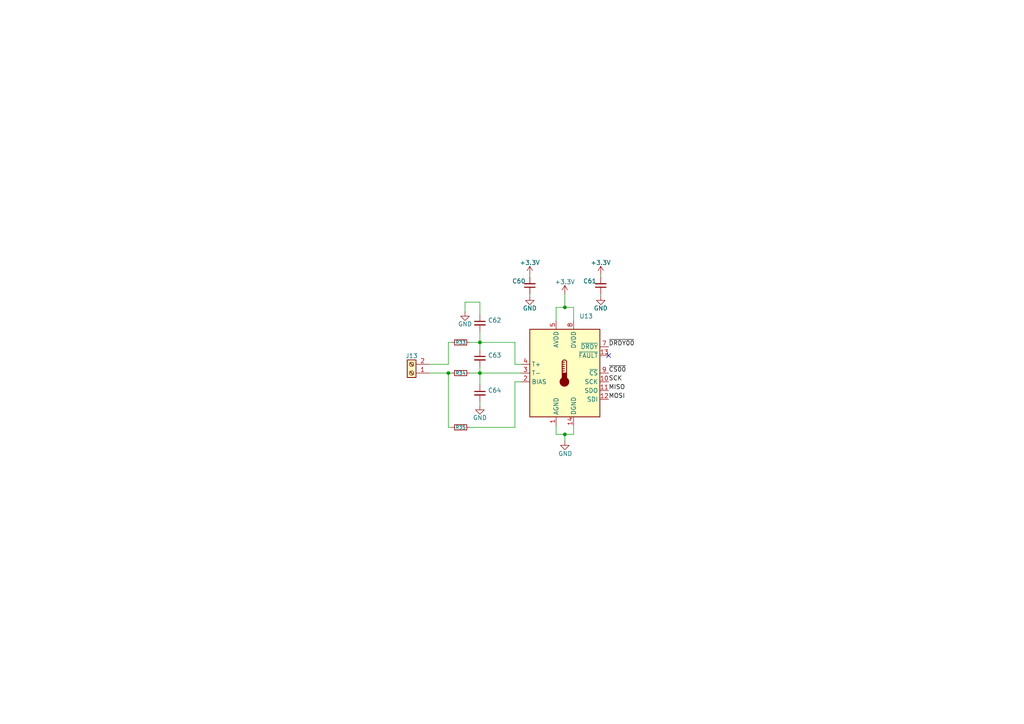
<source format=kicad_sch>
(kicad_sch (version 20211123) (generator eeschema)
  (paper "A4")
  (lib_symbols
    (symbol "Connector:Screw_Terminal_01x02" (pin_names (offset 1.016) hide)
      (property "Reference" "J" (at 0 2.54 0))
      (property "Value" "Screw_Terminal_01x02" (at 0 -5.08 0))
      (symbol "Screw_Terminal_01x02_1_1"
        (rectangle (start -1.27 1.27) (end 1.27 -3.81) (stroke (width 0.254)) (fill (type background)))
        (circle (center 0 -2.54) (radius 0.635) (stroke (width 0.1524)))
        (polyline (pts (xy -0.5334 -2.2098) (xy 0.3302 -3.048)) (stroke (width 0.1524)))
        (polyline (pts (xy -0.5334 0.3302) (xy 0.3302 -0.508)) (stroke (width 0.1524)))
        (polyline (pts (xy -0.3556 -2.032) (xy 0.508 -2.8702)) (stroke (width 0.1524)))
        (polyline (pts (xy -0.3556 0.508) (xy 0.508 -0.3302)) (stroke (width 0.1524)))
        (circle (center 0 0) (radius 0.635) (stroke (width 0.1524)))
        (pin passive line (at -5.08 0 0) (length 3.81) (name "Pin_1") (number "1"))
        (pin passive line (at -5.08 -2.54 0) (length 3.81) (name "Pin_2") (number "2"))
      )
    )
    (symbol "Device:C_Small" (pin_numbers hide) (pin_names (offset 0.254) hide)
      (property "Reference" "C" (at 0.254 1.778 0))
      (property "Value" "C_Small" (at 0.254 -2.032 0))
      (symbol "C_Small_0_1"
        (polyline (pts (xy -1.524 -0.508) (xy 1.524 -0.508)) (stroke (width 0.3302)))
        (polyline (pts (xy -1.524 0.508) (xy 1.524 0.508)) (stroke (width 0.3048)))
      )
      (symbol "C_Small_1_1"
        (pin passive line (at 0 2.54 270) (length 2.032) (name "~") (number "1"))
        (pin passive line (at 0 -2.54 90) (length 2.032) (name "~") (number "2"))
      )
    )
    (symbol "Device:R_Small" (pin_numbers hide) (pin_names (offset 0.254) hide)
      (property "Reference" "R" (at 0.762 0.508 0))
      (property "Value" "R_Small" (at 0.762 -1.016 0))
      (symbol "R_Small_0_1"
        (rectangle (start -0.762 1.778) (end 0.762 -1.778) (stroke (width 0.2032)))
      )
      (symbol "R_Small_1_1"
        (pin passive line (at 0 2.54 270) (length 0.762) (name "~") (number "1"))
        (pin passive line (at 0 -2.54 90) (length 0.762) (name "~") (number "2"))
      )
    )
    (symbol "Sensor_Temperature:MAX31856"
      (property "Reference" "U" (at -7.62 13.97 0))
      (property "Value" "MAX31856" (at 13.97 13.97 0))
      (symbol "MAX31856_0_1"
        (rectangle (start -10.16 12.7) (end 10.16 -12.7) (stroke (width 0.254)) (fill (type background)))
        (circle (center -0.127 -2.54) (radius 1.27) (stroke (width 0.254)) (fill (type outline)))
        (polyline (pts (xy -0.762 0.635) (xy -0.127 0.635)) (stroke (width 0.254)))
        (polyline (pts (xy -0.762 1.27) (xy -0.127 1.27)) (stroke (width 0.254)))
        (polyline (pts (xy -0.762 1.905) (xy -0.127 1.905)) (stroke (width 0.254)))
        (polyline (pts (xy -0.762 2.54) (xy -0.127 2.54)) (stroke (width 0.254)))
        (polyline (pts (xy -0.762 3.175) (xy -0.762 0)) (stroke (width 0.254)))
        (polyline (pts (xy -0.762 3.175) (xy -0.127 3.175)) (stroke (width 0.254)))
        (polyline (pts (xy 0.508 3.175) (xy 0.508 0)) (stroke (width 0.254)))
        (rectangle (start 0.508 -1.905) (end -0.762 0) (stroke (width 0.254)) (fill (type outline)))
        (arc (start 0.508 3.175) (mid -0.127 3.81) (end -0.762 3.175) (stroke (width 0.254)))
      )
      (symbol "MAX31856_1_1"
        (pin power_in line (at -2.54 -15.24 90) (length 2.54) (name "AGND") (number "1"))
        (pin input line (at 12.7 -2.54 180) (length 2.54) (name "SCK") (number "10"))
        (pin output line (at 12.7 -5.08 180) (length 2.54) (name "SDO") (number "11"))
        (pin input line (at 12.7 -7.62 180) (length 2.54) (name "SDI") (number "12"))
        (pin output line (at 12.7 5.08 180) (length 2.54) (name "~{FAULT}") (number "13"))
        (pin power_in line (at 2.54 -15.24 90) (length 2.54) (name "DGND") (number "14"))
        (pin input line (at -12.7 -2.54 0) (length 2.54) (name "BIAS") (number "2"))
        (pin input line (at -12.7 0 0) (length 2.54) (name "T-") (number "3"))
        (pin input line (at -12.7 2.54 0) (length 2.54) (name "T+") (number "4"))
        (pin power_in line (at -2.54 15.24 270) (length 2.54) (name "AVDD") (number "5"))
        (pin no_connect line (at -10.16 -7.62 0) (length 2.54) hide (name "DNC") (number "6"))
        (pin output line (at 12.7 7.62 180) (length 2.54) (name "~{DRDY}") (number "7"))
        (pin power_in line (at 2.54 15.24 270) (length 2.54) (name "DVDD") (number "8"))
        (pin input line (at 12.7 0 180) (length 2.54) (name "~{CS}") (number "9"))
      )
    )
    (symbol "power:+3.3V" (power) (pin_names (offset 0))
      (property "Value" "+3.3V" (at 0 3.556 0))
      (symbol "+3.3V_0_1"
        (polyline (pts (xy -0.762 1.27) (xy 0 2.54)))
        (polyline (pts (xy 0 0) (xy 0 2.54)))
        (polyline (pts (xy 0 2.54) (xy 0.762 1.27)))
      )
      (symbol "+3.3V_1_1"
        (pin power_in line (at 0 0 90) (length 0) hide (name "+3.3V") (number "1"))
      )
    )
    (symbol "power:GND" (power) (pin_names (offset 0))
      (property "Value" "GND" (at 0 -3.81 0))
      (symbol "GND_0_1"
        (polyline (pts (xy 0 0) (xy 0 -1.27) (xy 1.27 -1.27) (xy 0 -2.54) (xy -1.27 -1.27) (xy 0 -1.27)))
      )
      (symbol "GND_1_1"
        (pin power_in line (at 0 0 270) (length 0) hide (name "GND") (number "1"))
      )
    )
  )
  (junction (at 130.048 108.204))
  (junction (at 163.83 125.984))
  (junction (at 139.192 108.204))
  (junction (at 139.192 99.314))
  (junction (at 163.83 89.154))
  (no_connect (at 176.53 103.124))
  (wire (pts (xy 163.83 89.154) (xy 166.37 89.154)))
  (wire (pts (xy 163.83 85.344) (xy 163.83 89.154)))
  (wire (pts (xy 130.048 99.314) (xy 131.064 99.314)))
  (wire (pts (xy 130.048 123.952) (xy 131.064 123.952)))
  (wire (pts (xy 139.192 116.586) (xy 139.192 117.602)))
  (wire (pts (xy 139.192 108.204) (xy 139.192 111.506)))
  (wire (pts (xy 139.192 108.204) (xy 151.13 108.204)))
  (wire (pts (xy 151.13 105.664) (xy 149.352 105.664)))
  (wire (pts (xy 174.244 79.756) (xy 174.244 80.264)))
  (wire (pts (xy 149.352 105.664) (xy 149.352 99.314)))
  (wire (pts (xy 149.352 123.952) (xy 136.144 123.952)))
  (wire (pts (xy 153.67 85.344) (xy 153.67 85.852)))
  (wire (pts (xy 124.46 108.204) (xy 130.048 108.204)))
  (wire (pts (xy 163.83 125.984) (xy 163.83 127.889)))
  (wire (pts (xy 124.46 105.664) (xy 130.048 105.664)))
  (wire (pts (xy 149.352 110.744) (xy 149.352 123.952)))
  (wire (pts (xy 136.144 108.204) (xy 139.192 108.204)))
  (wire (pts (xy 139.192 99.314) (xy 139.192 101.346)))
  (wire (pts (xy 130.048 108.204) (xy 131.064 108.204)))
  (wire (pts (xy 134.874 87.63) (xy 134.874 90.424)))
  (wire (pts (xy 130.048 108.204) (xy 130.048 123.952)))
  (wire (pts (xy 161.29 92.964) (xy 161.29 89.154)))
  (wire (pts (xy 139.192 106.426) (xy 139.192 108.204)))
  (wire (pts (xy 139.192 87.63) (xy 134.874 87.63)))
  (wire (pts (xy 139.192 96.266) (xy 139.192 99.314)))
  (wire (pts (xy 136.144 99.314) (xy 139.192 99.314)))
  (wire (pts (xy 130.048 99.314) (xy 130.048 105.664)))
  (wire (pts (xy 174.244 85.344) (xy 174.244 85.852)))
  (wire (pts (xy 166.37 89.154) (xy 166.37 92.964)))
  (wire (pts (xy 166.37 125.984) (xy 166.37 123.444)))
  (wire (pts (xy 161.29 123.444) (xy 161.29 125.984)))
  (wire (pts (xy 151.13 110.744) (xy 149.352 110.744)))
  (wire (pts (xy 163.83 125.984) (xy 166.37 125.984)))
  (wire (pts (xy 139.192 91.186) (xy 139.192 87.63)))
  (wire (pts (xy 161.29 89.154) (xy 163.83 89.154)))
  (wire (pts (xy 161.29 125.984) (xy 163.83 125.984)))
  (wire (pts (xy 153.67 79.756) (xy 153.67 80.264)))
  (wire (pts (xy 149.352 99.314) (xy 139.192 99.314)))
  (label "~{CS00}" (at 176.53 108.204 0))
  (label "SCK" (at 176.53 110.744 0))
  (label "MISO" (at 176.53 113.284 0))
  (label "MOSI" (at 176.53 115.824 0))
  (label "~{DRDY00}" (at 176.53 100.584 0))
  (symbol (lib_id "Device:C_Small") (at 139.192 103.886 0) (unit 1)
    (property "Reference" "C63" (at 141.5161 103.0576 0) (effects (justify left)))
  )
  (symbol (lib_id "power:+3.3V") (at 174.244 79.756 0) (unit 1)
    (property "Reference" "#PWR097" (effects hide))
  )
  (symbol (lib_id "Device:R_Small") (at 133.604 123.952 90) (unit 1)
    (property "Reference" "R35" (at 133.604 123.952 90) (effects (font (size 1 1))))
  )
  (symbol (lib_id "power:GND") (at 139.192 117.602 0) (mirror y) (unit 1)
    (property "Reference" "#PWR0102" (effects hide))
  )
  (symbol (lib_id "Device:R_Small") (at 133.604 99.314 90) (unit 1)
    (property "Reference" "R33" (at 133.604 99.314 90) (effects (font (size 1 1))))
  )
  (symbol (lib_id "power:+3.3V") (at 163.83 85.344 0) (unit 1)
    (property "Reference" "#PWR098" (effects hide))
  )
  (symbol (lib_id "Device:C_Small") (at 139.192 93.726 0) (unit 1)
    (property "Reference" "C62" (at 141.5161 92.8976 0) (effects (justify left)))
  )
  (symbol (lib_id "power:+3.3V") (at 153.67 79.756 0) (unit 1)
    (property "Reference" "#PWR096" (effects hide))
  )
  (symbol (lib_id "Device:R_Small") (at 133.604 108.204 90) (unit 1)
    (property "Reference" "R34" (at 133.604 108.204 90) (effects (font (size 1 1))))
  )
  (symbol (lib_id "power:GND") (at 174.244 85.852 0) (mirror y) (unit 1)
    (property "Reference" "#PWR0100" (effects hide))
  )
  (symbol (lib_id "Sensor_Temperature:MAX31856") (at 163.83 108.204 0) (unit 1)
    (property "Reference" "U13" (at 168.021 91.6971 0) (effects (justify left)))
    (property "Datasheet" "https://datasheets.maximintegrated.com/en/ds/MAX31856.pdf" (effects hide))
  )
  (symbol (lib_id "Device:C_Small") (at 139.192 114.046 0) (unit 1)
    (property "Reference" "C64" (at 141.5161 113.2176 0) (effects (justify left)))
  )
  (symbol (lib_id "Connector:Screw_Terminal_01x02") (at 119.38 108.204 180) (unit 1)
    (property "Reference" "J13" (at 119.38 103.2312 0))
  )
  (symbol (lib_id "power:GND") (at 153.67 85.852 0) (mirror y) (unit 1)
    (property "Reference" "#PWR099" (effects hide))
  )
  (symbol (lib_id "Device:C_Small") (at 153.67 82.804 0) (mirror x) (unit 1)
    (property "Reference" "C60" (at 150.495 81.534 0))
  )
  (symbol (lib_id "power:GND") (at 134.874 90.424 0) (mirror y) (unit 1)
    (property "Reference" "#PWR0101" (effects hide))
  )
  (symbol (lib_id "power:GND") (at 163.83 127.889 0) (unit 1)
    (property "Reference" "#PWR0103" (effects hide))
  )
  (symbol (lib_id "Device:C_Small") (at 174.244 82.804 0) (mirror x) (unit 1)
    (property "Reference" "C61" (at 171.069 81.534 0))
  )
)
</source>
